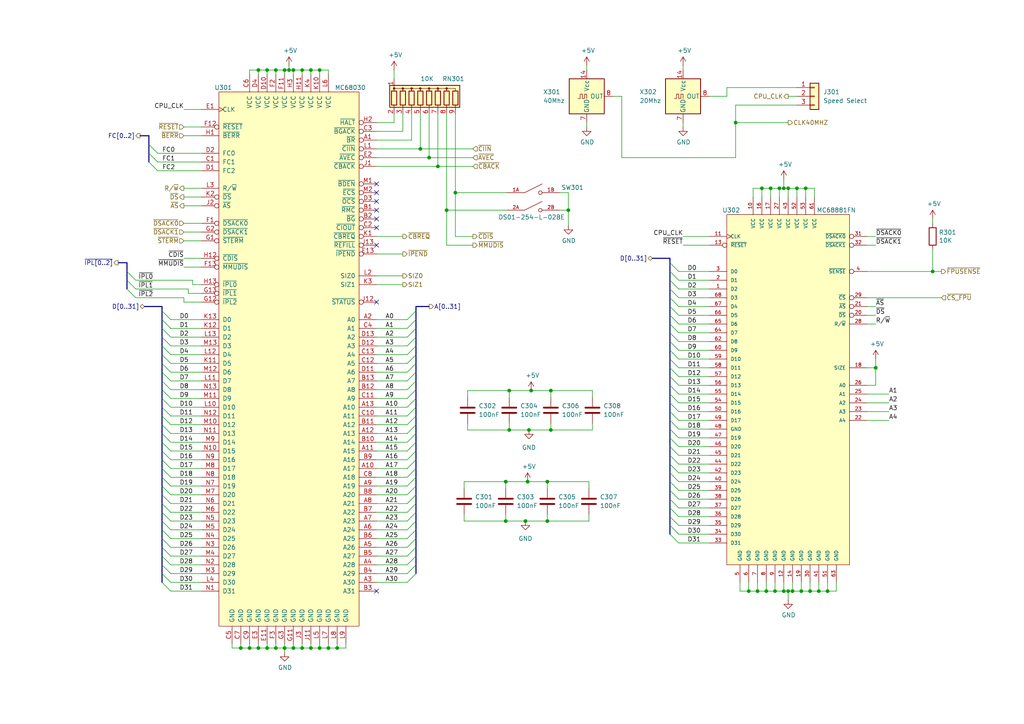
<source format=kicad_sch>
(kicad_sch (version 20211123) (generator eeschema)
  (paper "A4")
  (title_block (title "Y Ddraig Fawr") (company "Stephen Moody"))
  (junction (at 237.49 171.45))
  (junction (at 69.85 187.96))
  (junction (at 223.52 54.61))
  (junction (at 228.6 54.61))
  (junction (at 87.63 187.96))
  (junction (at 226.06 54.61))
  (junction (at 82.55 20.32))
  (junction (at 159.766 124.714))
  (junction (at 77.47 20.32))
  (junction (at 92.71 20.32))
  (junction (at 147.701 124.714))
  (junction (at 232.41 171.45))
  (junction (at 219.71 171.45))
  (junction (at 72.39 187.96))
  (junction (at 146.685 151.13))
  (junction (at 234.95 171.45))
  (junction (at 132.08 55.88))
  (junction (at 220.98 54.61))
  (junction (at 254 106.68))
  (junction (at 124.46 45.72))
  (junction (at 146.685 139.7))
  (junction (at 227.33 54.61))
  (junction (at 158.75 139.7))
  (junction (at 270.51 78.74))
  (junction (at 229.87 171.45))
  (junction (at 74.93 187.96))
  (junction (at 90.17 187.96))
  (junction (at 231.14 54.61))
  (junction (at 152.4 151.13))
  (junction (at 153.416 124.714))
  (junction (at 147.701 113.284))
  (junction (at 97.79 187.96))
  (junction (at 85.09 187.96))
  (junction (at 158.75 151.13))
  (junction (at 82.55 187.96))
  (junction (at 228.6 171.45))
  (junction (at 127 48.26))
  (junction (at 233.68 54.61))
  (junction (at 87.63 20.32))
  (junction (at 90.17 20.32))
  (junction (at 224.79 171.45))
  (junction (at 213.36 35.56))
  (junction (at 121.92 43.18))
  (junction (at 164.846 60.96))
  (junction (at 222.25 171.45))
  (junction (at 95.25 187.96))
  (junction (at 154.051 113.284))
  (junction (at 80.01 187.96))
  (junction (at 153.035 139.7))
  (junction (at 129.54 60.96))
  (junction (at 159.766 113.284))
  (junction (at 92.71 187.96))
  (junction (at 85.09 20.32))
  (junction (at 74.93 20.32))
  (junction (at 217.17 171.45))
  (junction (at 83.82 20.32))
  (junction (at 240.03 171.45))
  (junction (at 77.47 187.96))
  (junction (at 227.33 171.45))
  (junction (at 80.01 20.32))
  (no_connect (at 109.22 87.63))
  (no_connect (at 109.22 53.34))
  (no_connect (at 109.22 58.42))
  (no_connect (at 109.22 55.88))
  (no_connect (at 109.22 60.96))
  (no_connect (at 109.22 66.04))
  (no_connect (at 109.22 63.5))
  (no_connect (at 109.22 171.45))
  (no_connect (at 109.22 71.12))
  (bus_entry (at 46.99 120.65) (size 2.54 2.54))
  (bus_entry (at 120.65 110.49) (size -2.54 2.54))
  (bus_entry (at 46.99 115.57) (size 2.54 2.54))
  (bus_entry (at 120.65 105.41) (size -2.54 2.54))
  (bus_entry (at 194.31 134.62) (size 2.54 2.54))
  (bus_entry (at 120.65 153.67) (size -2.54 2.54))
  (bus_entry (at 194.31 111.76) (size 2.54 2.54))
  (bus_entry (at 46.99 105.41) (size 2.54 2.54))
  (bus_entry (at 120.65 156.21) (size -2.54 2.54))
  (bus_entry (at 46.99 110.49) (size 2.54 2.54))
  (bus_entry (at 46.99 138.43) (size 2.54 2.54))
  (bus_entry (at 36.83 81.28) (size 2.54 2.54))
  (bus_entry (at 46.99 128.27) (size 2.54 2.54))
  (bus_entry (at 194.31 88.9) (size 2.54 2.54))
  (bus_entry (at 39.37 81.28) (size -2.54 -2.54))
  (bus_entry (at 194.31 139.7) (size 2.54 2.54))
  (bus_entry (at 46.99 158.75) (size 2.54 2.54))
  (bus_entry (at 46.99 153.67) (size 2.54 2.54))
  (bus_entry (at 120.65 123.19) (size -2.54 2.54))
  (bus_entry (at 120.65 151.13) (size -2.54 2.54))
  (bus_entry (at 194.31 106.68) (size 2.54 2.54))
  (bus_entry (at 194.31 114.3) (size 2.54 2.54))
  (bus_entry (at 120.65 95.25) (size -2.54 2.54))
  (bus_entry (at 120.65 102.87) (size -2.54 2.54))
  (bus_entry (at 194.31 101.6) (size 2.54 2.54))
  (bus_entry (at 194.31 104.14) (size 2.54 2.54))
  (bus_entry (at 194.31 96.52) (size 2.54 2.54))
  (bus_entry (at 120.65 113.03) (size -2.54 2.54))
  (bus_entry (at 46.99 97.79) (size 2.54 2.54))
  (bus_entry (at 46.99 168.91) (size 2.54 2.54))
  (bus_entry (at 46.99 143.51) (size 2.54 2.54))
  (bus_entry (at 120.65 128.27) (size -2.54 2.54))
  (bus_entry (at 46.99 156.21) (size 2.54 2.54))
  (bus_entry (at 194.31 83.82) (size 2.54 2.54))
  (bus_entry (at 194.31 154.94) (size 2.54 2.54))
  (bus_entry (at 194.31 152.4) (size 2.54 2.54))
  (bus_entry (at 120.65 90.17) (size -2.54 2.54))
  (bus_entry (at 194.31 99.06) (size 2.54 2.54))
  (bus_entry (at 46.99 125.73) (size 2.54 2.54))
  (bus_entry (at 120.65 118.11) (size -2.54 2.54))
  (bus_entry (at 120.65 130.81) (size -2.54 2.54))
  (bus_entry (at 46.99 161.29) (size 2.54 2.54))
  (bus_entry (at 194.31 109.22) (size 2.54 2.54))
  (bus_entry (at 45.72 44.45) (size -2.54 -2.54))
  (bus_entry (at 120.65 115.57) (size -2.54 2.54))
  (bus_entry (at 46.99 123.19) (size 2.54 2.54))
  (bus_entry (at 46.99 92.71) (size 2.54 2.54))
  (bus_entry (at 120.65 161.29) (size -2.54 2.54))
  (bus_entry (at 46.99 135.89) (size 2.54 2.54))
  (bus_entry (at 194.31 147.32) (size 2.54 2.54))
  (bus_entry (at 194.31 81.28) (size 2.54 2.54))
  (bus_entry (at 46.99 163.83) (size 2.54 2.54))
  (bus_entry (at 120.65 163.83) (size -2.54 2.54))
  (bus_entry (at 46.99 133.35) (size 2.54 2.54))
  (bus_entry (at 120.65 140.97) (size -2.54 2.54))
  (bus_entry (at 194.31 144.78) (size 2.54 2.54))
  (bus_entry (at 43.18 44.45) (size 2.54 2.54))
  (bus_entry (at 46.99 113.03) (size 2.54 2.54))
  (bus_entry (at 120.65 146.05) (size -2.54 2.54))
  (bus_entry (at 120.65 166.37) (size -2.54 2.54))
  (bus_entry (at 120.65 107.95) (size -2.54 2.54))
  (bus_entry (at 194.31 132.08) (size 2.54 2.54))
  (bus_entry (at 46.99 151.13) (size 2.54 2.54))
  (bus_entry (at 120.65 100.33) (size -2.54 2.54))
  (bus_entry (at 46.99 90.17) (size 2.54 2.54))
  (bus_entry (at 46.99 102.87) (size 2.54 2.54))
  (bus_entry (at 46.99 166.37) (size 2.54 2.54))
  (bus_entry (at 194.31 78.74) (size 2.54 2.54))
  (bus_entry (at 46.99 130.81) (size 2.54 2.54))
  (bus_entry (at 194.31 91.44) (size 2.54 2.54))
  (bus_entry (at 46.99 148.59) (size 2.54 2.54))
  (bus_entry (at 194.31 119.38) (size 2.54 2.54))
  (bus_entry (at 46.99 95.25) (size 2.54 2.54))
  (bus_entry (at 194.31 76.2) (size 2.54 2.54))
  (bus_entry (at 194.31 127) (size 2.54 2.54))
  (bus_entry (at 36.83 83.82) (size 2.54 2.54))
  (bus_entry (at 120.65 135.89) (size -2.54 2.54))
  (bus_entry (at 120.65 148.59) (size -2.54 2.54))
  (bus_entry (at 194.31 124.46) (size 2.54 2.54))
  (bus_entry (at 120.65 125.73) (size -2.54 2.54))
  (bus_entry (at 194.31 116.84) (size 2.54 2.54))
  (bus_entry (at 120.65 138.43) (size -2.54 2.54))
  (bus_entry (at 194.31 121.92) (size 2.54 2.54))
  (bus_entry (at 194.31 137.16) (size 2.54 2.54))
  (bus_entry (at 46.99 100.33) (size 2.54 2.54))
  (bus_entry (at 43.18 46.99) (size 2.54 2.54))
  (bus_entry (at 46.99 107.95) (size 2.54 2.54))
  (bus_entry (at 46.99 118.11) (size 2.54 2.54))
  (bus_entry (at 194.31 149.86) (size 2.54 2.54))
  (bus_entry (at 46.99 140.97) (size 2.54 2.54))
  (bus_entry (at 194.31 142.24) (size 2.54 2.54))
  (bus_entry (at 194.31 93.98) (size 2.54 2.54))
  (bus_entry (at 120.65 133.35) (size -2.54 2.54))
  (bus_entry (at 120.65 143.51) (size -2.54 2.54))
  (bus_entry (at 120.65 97.79) (size -2.54 2.54))
  (bus_entry (at 46.99 146.05) (size 2.54 2.54))
  (bus_entry (at 194.31 129.54) (size 2.54 2.54))
  (bus_entry (at 194.31 86.36) (size 2.54 2.54))
  (bus_entry (at 120.65 120.65) (size -2.54 2.54))
  (bus_entry (at 120.65 158.75) (size -2.54 2.54))
  (bus_entry (at 120.65 92.71) (size -2.54 2.54))
  (wire (pts (xy 45.72 46.99) (xy 58.42 46.99)))
  (wire (pts (xy 49.53 120.65) (xy 58.42 120.65)))
  (wire (pts (xy 118.11 166.37) (xy 109.22 166.37)))
  (bus (pts (xy 120.65 118.11) (xy 120.65 120.65)))
  (wire (pts (xy 118.11 148.59) (xy 109.22 148.59)))
  (wire (pts (xy 54.61 85.09) (xy 58.42 85.09)))
  (bus (pts (xy 46.99 95.25) (xy 46.99 97.79)))
  (bus (pts (xy 194.31 147.32) (xy 194.31 149.86)))
  (wire (pts (xy 49.53 125.73) (xy 58.42 125.73)))
  (bus (pts (xy 194.31 91.44) (xy 194.31 93.98)))
  (wire (pts (xy 49.53 153.67) (xy 58.42 153.67)))
  (wire (pts (xy 196.85 121.92) (xy 205.74 121.92)))
  (wire (pts (xy 218.44 54.61) (xy 220.98 54.61)))
  (wire (pts (xy 100.33 187.96) (xy 100.33 186.69)))
  (wire (pts (xy 118.11 95.25) (xy 109.22 95.25)))
  (wire (pts (xy 85.09 187.96) (xy 87.63 187.96)))
  (wire (pts (xy 90.17 21.59) (xy 90.17 20.32)))
  (wire (pts (xy 114.3 33.02) (xy 114.3 35.56)))
  (wire (pts (xy 53.34 39.37) (xy 58.42 39.37)))
  (wire (pts (xy 95.25 186.69) (xy 95.25 187.96)))
  (wire (pts (xy 196.85 104.14) (xy 205.74 104.14)))
  (wire (pts (xy 254 88.9) (xy 251.46 88.9)))
  (wire (pts (xy 92.71 21.59) (xy 92.71 20.32)))
  (wire (pts (xy 95.25 187.96) (xy 97.79 187.96)))
  (wire (pts (xy 109.22 48.26) (xy 127 48.26)))
  (bus (pts (xy 194.31 109.22) (xy 194.31 111.76)))
  (wire (pts (xy 39.37 83.82) (xy 54.61 83.82)))
  (wire (pts (xy 83.82 20.32) (xy 85.09 20.32)))
  (wire (pts (xy 118.11 115.57) (xy 109.22 115.57)))
  (wire (pts (xy 129.54 33.02) (xy 129.54 60.96)))
  (wire (pts (xy 121.92 33.02) (xy 121.92 43.18)))
  (wire (pts (xy 196.85 81.28) (xy 205.74 81.28)))
  (bus (pts (xy 46.99 88.9) (xy 41.91 88.9)))
  (wire (pts (xy 196.85 99.06) (xy 205.74 99.06)))
  (bus (pts (xy 120.65 156.21) (xy 120.65 158.75)))
  (wire (pts (xy 127 33.02) (xy 127 48.26)))
  (bus (pts (xy 120.65 120.65) (xy 120.65 123.19)))
  (wire (pts (xy 213.36 35.56) (xy 228.6 35.56)))
  (wire (pts (xy 67.31 186.69) (xy 67.31 187.96)))
  (wire (pts (xy 77.47 21.59) (xy 77.47 20.32)))
  (wire (pts (xy 118.11 128.27) (xy 109.22 128.27)))
  (wire (pts (xy 118.11 92.71) (xy 109.22 92.71)))
  (wire (pts (xy 109.22 45.72) (xy 124.46 45.72)))
  (wire (pts (xy 196.85 144.78) (xy 205.74 144.78)))
  (wire (pts (xy 228.6 54.61) (xy 231.14 54.61)))
  (wire (pts (xy 118.11 123.19) (xy 109.22 123.19)))
  (wire (pts (xy 49.53 128.27) (xy 58.42 128.27)))
  (bus (pts (xy 36.83 78.74) (xy 36.83 81.28)))
  (bus (pts (xy 194.31 134.62) (xy 194.31 137.16)))
  (wire (pts (xy 153.416 124.714) (xy 159.766 124.714)))
  (bus (pts (xy 194.31 152.4) (xy 194.31 154.94)))
  (bus (pts (xy 36.83 76.2) (xy 36.83 78.74)))
  (wire (pts (xy 254 93.98) (xy 251.46 93.98)))
  (wire (pts (xy 234.95 168.91) (xy 234.95 171.45)))
  (wire (pts (xy 80.01 21.59) (xy 80.01 20.32)))
  (wire (pts (xy 196.85 129.54) (xy 205.74 129.54)))
  (bus (pts (xy 194.31 121.92) (xy 194.31 124.46)))
  (wire (pts (xy 164.846 65.405) (xy 164.846 60.96)))
  (wire (pts (xy 162.306 60.96) (xy 164.846 60.96)))
  (wire (pts (xy 119.38 33.02) (xy 119.38 40.64)))
  (wire (pts (xy 231.14 57.15) (xy 231.14 54.61)))
  (wire (pts (xy 109.22 38.1) (xy 116.84 38.1)))
  (bus (pts (xy 46.99 92.71) (xy 46.99 95.25)))
  (wire (pts (xy 118.11 125.73) (xy 109.22 125.73)))
  (bus (pts (xy 194.31 132.08) (xy 194.31 134.62)))
  (wire (pts (xy 118.11 97.79) (xy 109.22 97.79)))
  (wire (pts (xy 198.12 68.58) (xy 205.74 68.58)))
  (wire (pts (xy 53.34 77.47) (xy 58.42 77.47)))
  (bus (pts (xy 194.31 86.36) (xy 194.31 88.9)))
  (bus (pts (xy 194.31 139.7) (xy 194.31 142.24)))
  (wire (pts (xy 257.81 121.92) (xy 251.46 121.92)))
  (wire (pts (xy 135.636 122.809) (xy 135.636 124.714)))
  (wire (pts (xy 87.63 20.32) (xy 90.17 20.32)))
  (wire (pts (xy 77.47 187.96) (xy 80.01 187.96)))
  (wire (pts (xy 49.53 158.75) (xy 58.42 158.75)))
  (bus (pts (xy 194.31 76.2) (xy 194.31 78.74)))
  (bus (pts (xy 194.31 99.06) (xy 194.31 101.6)))
  (wire (pts (xy 196.85 142.24) (xy 205.74 142.24)))
  (wire (pts (xy 158.75 139.7) (xy 158.75 141.605)))
  (wire (pts (xy 196.85 91.44) (xy 205.74 91.44)))
  (wire (pts (xy 74.93 21.59) (xy 74.93 20.32)))
  (wire (pts (xy 132.08 55.88) (xy 132.08 68.58)))
  (wire (pts (xy 49.53 151.13) (xy 58.42 151.13)))
  (wire (pts (xy 146.685 151.13) (xy 152.4 151.13)))
  (bus (pts (xy 194.31 111.76) (xy 194.31 114.3)))
  (wire (pts (xy 109.22 35.56) (xy 114.3 35.56)))
  (wire (pts (xy 49.53 161.29) (xy 58.42 161.29)))
  (wire (pts (xy 217.17 168.91) (xy 217.17 171.45)))
  (bus (pts (xy 36.83 76.2) (xy 34.29 76.2)))
  (bus (pts (xy 46.99 158.75) (xy 46.99 161.29)))
  (bus (pts (xy 46.99 133.35) (xy 46.99 135.89)))
  (wire (pts (xy 49.53 146.05) (xy 58.42 146.05)))
  (wire (pts (xy 232.41 171.45) (xy 234.95 171.45)))
  (wire (pts (xy 240.03 168.91) (xy 240.03 171.45)))
  (bus (pts (xy 46.99 113.03) (xy 46.99 115.57)))
  (wire (pts (xy 53.34 87.63) (xy 58.42 87.63)))
  (wire (pts (xy 158.75 139.7) (xy 170.815 139.7)))
  (wire (pts (xy 147.701 124.714) (xy 153.416 124.714)))
  (wire (pts (xy 228.6 54.61) (xy 228.6 57.15)))
  (wire (pts (xy 72.39 21.59) (xy 72.39 20.32)))
  (bus (pts (xy 36.83 81.28) (xy 36.83 83.82)))
  (wire (pts (xy 158.75 149.225) (xy 158.75 151.13)))
  (wire (pts (xy 196.85 149.86) (xy 205.74 149.86)))
  (wire (pts (xy 49.53 105.41) (xy 58.42 105.41)))
  (bus (pts (xy 46.99 146.05) (xy 46.99 148.59)))
  (wire (pts (xy 82.55 20.32) (xy 83.82 20.32)))
  (wire (pts (xy 118.11 140.97) (xy 109.22 140.97)))
  (wire (pts (xy 196.85 127) (xy 205.74 127)))
  (wire (pts (xy 80.01 20.32) (xy 82.55 20.32)))
  (wire (pts (xy 177.8 27.94) (xy 180.34 27.94)))
  (bus (pts (xy 120.65 163.83) (xy 120.65 166.37)))
  (wire (pts (xy 82.55 187.96) (xy 82.55 186.69)))
  (wire (pts (xy 97.79 187.96) (xy 100.33 187.96)))
  (bus (pts (xy 194.31 81.28) (xy 194.31 83.82)))
  (wire (pts (xy 254 111.76) (xy 254 106.68)))
  (wire (pts (xy 196.85 119.38) (xy 205.74 119.38)))
  (wire (pts (xy 228.6 171.45) (xy 228.6 173.99)))
  (wire (pts (xy 137.16 68.58) (xy 132.08 68.58)))
  (wire (pts (xy 121.92 43.18) (xy 137.16 43.18)))
  (wire (pts (xy 228.6 171.45) (xy 229.87 171.45)))
  (wire (pts (xy 240.03 171.45) (xy 242.57 171.45)))
  (wire (pts (xy 196.85 111.76) (xy 205.74 111.76)))
  (bus (pts (xy 120.65 95.25) (xy 120.65 97.79)))
  (wire (pts (xy 129.54 60.96) (xy 129.54 71.12)))
  (wire (pts (xy 226.06 54.61) (xy 227.33 54.61)))
  (wire (pts (xy 118.11 143.51) (xy 109.22 143.51)))
  (wire (pts (xy 72.39 187.96) (xy 74.93 187.96)))
  (wire (pts (xy 77.47 186.69) (xy 77.47 187.96)))
  (wire (pts (xy 97.79 186.69) (xy 97.79 187.96)))
  (bus (pts (xy 43.18 44.45) (xy 43.18 46.99)))
  (wire (pts (xy 153.035 139.7) (xy 158.75 139.7)))
  (wire (pts (xy 159.766 122.809) (xy 159.766 124.714)))
  (bus (pts (xy 46.99 105.41) (xy 46.99 107.95)))
  (wire (pts (xy 85.09 186.69) (xy 85.09 187.96)))
  (wire (pts (xy 213.36 35.56) (xy 213.36 30.48)))
  (wire (pts (xy 39.37 81.28) (xy 55.88 81.28)))
  (wire (pts (xy 198.12 19.05) (xy 198.12 20.32)))
  (wire (pts (xy 220.98 57.15) (xy 220.98 54.61)))
  (wire (pts (xy 118.11 158.75) (xy 109.22 158.75)))
  (wire (pts (xy 49.53 118.11) (xy 58.42 118.11)))
  (bus (pts (xy 194.31 137.16) (xy 194.31 139.7)))
  (wire (pts (xy 180.34 27.94) (xy 180.34 45.72)))
  (wire (pts (xy 72.39 186.69) (xy 72.39 187.96)))
  (wire (pts (xy 229.87 171.45) (xy 232.41 171.45)))
  (bus (pts (xy 46.99 148.59) (xy 46.99 151.13)))
  (wire (pts (xy 147.701 113.284) (xy 147.701 115.189)))
  (wire (pts (xy 53.34 67.31) (xy 58.42 67.31)))
  (wire (pts (xy 49.53 95.25) (xy 58.42 95.25)))
  (wire (pts (xy 242.57 171.45) (xy 242.57 168.91)))
  (wire (pts (xy 224.79 168.91) (xy 224.79 171.45)))
  (wire (pts (xy 152.4 151.13) (xy 158.75 151.13)))
  (wire (pts (xy 45.72 49.53) (xy 58.42 49.53)))
  (wire (pts (xy 49.53 97.79) (xy 58.42 97.79)))
  (wire (pts (xy 49.53 107.95) (xy 58.42 107.95)))
  (bus (pts (xy 46.99 153.67) (xy 46.99 156.21)))
  (wire (pts (xy 273.05 86.36) (xy 251.46 86.36)))
  (wire (pts (xy 49.53 138.43) (xy 58.42 138.43)))
  (bus (pts (xy 120.65 128.27) (xy 120.65 130.81)))
  (wire (pts (xy 159.766 113.284) (xy 171.831 113.284)))
  (bus (pts (xy 194.31 88.9) (xy 194.31 91.44)))
  (bus (pts (xy 120.65 115.57) (xy 120.65 118.11)))
  (wire (pts (xy 170.815 139.7) (xy 170.815 141.605)))
  (wire (pts (xy 53.34 64.77) (xy 58.42 64.77)))
  (wire (pts (xy 234.95 171.45) (xy 237.49 171.45)))
  (wire (pts (xy 118.11 107.95) (xy 109.22 107.95)))
  (wire (pts (xy 196.85 93.98) (xy 205.74 93.98)))
  (wire (pts (xy 49.53 102.87) (xy 58.42 102.87)))
  (bus (pts (xy 46.99 156.21) (xy 46.99 158.75)))
  (wire (pts (xy 49.53 171.45) (xy 58.42 171.45)))
  (bus (pts (xy 43.18 39.37) (xy 40.64 39.37)))
  (wire (pts (xy 233.68 54.61) (xy 236.22 54.61)))
  (bus (pts (xy 194.31 144.78) (xy 194.31 147.32)))
  (wire (pts (xy 45.72 44.45) (xy 58.42 44.45)))
  (bus (pts (xy 46.99 130.81) (xy 46.99 133.35)))
  (wire (pts (xy 53.34 36.83) (xy 58.42 36.83)))
  (wire (pts (xy 257.81 119.38) (xy 251.46 119.38)))
  (wire (pts (xy 118.11 135.89) (xy 109.22 135.89)))
  (wire (pts (xy 49.53 100.33) (xy 58.42 100.33)))
  (wire (pts (xy 132.08 55.88) (xy 147.066 55.88)))
  (bus (pts (xy 194.31 96.52) (xy 194.31 99.06)))
  (bus (pts (xy 120.65 97.79) (xy 120.65 100.33)))
  (wire (pts (xy 82.55 187.96) (xy 85.09 187.96)))
  (wire (pts (xy 116.84 33.02) (xy 116.84 38.1)))
  (wire (pts (xy 135.636 124.714) (xy 147.701 124.714)))
  (bus (pts (xy 46.99 143.51) (xy 46.99 146.05)))
  (wire (pts (xy 74.93 20.32) (xy 77.47 20.32)))
  (wire (pts (xy 118.11 118.11) (xy 109.22 118.11)))
  (wire (pts (xy 49.53 133.35) (xy 58.42 133.35)))
  (wire (pts (xy 228.6 27.94) (xy 231.14 27.94)))
  (wire (pts (xy 219.71 171.45) (xy 222.25 171.45)))
  (wire (pts (xy 53.34 69.85) (xy 58.42 69.85)))
  (wire (pts (xy 72.39 20.32) (xy 74.93 20.32)))
  (wire (pts (xy 87.63 186.69) (xy 87.63 187.96)))
  (wire (pts (xy 257.81 116.84) (xy 251.46 116.84)))
  (wire (pts (xy 92.71 187.96) (xy 95.25 187.96)))
  (wire (pts (xy 251.46 91.44) (xy 254 91.44)))
  (bus (pts (xy 46.99 118.11) (xy 46.99 120.65)))
  (wire (pts (xy 218.44 57.15) (xy 218.44 54.61)))
  (bus (pts (xy 120.65 138.43) (xy 120.65 140.97)))
  (wire (pts (xy 118.11 133.35) (xy 109.22 133.35)))
  (wire (pts (xy 196.85 154.94) (xy 205.74 154.94)))
  (wire (pts (xy 49.53 156.21) (xy 58.42 156.21)))
  (wire (pts (xy 196.85 83.82) (xy 205.74 83.82)))
  (bus (pts (xy 194.31 101.6) (xy 194.31 104.14)))
  (bus (pts (xy 194.31 78.74) (xy 194.31 81.28)))
  (wire (pts (xy 118.11 130.81) (xy 109.22 130.81)))
  (wire (pts (xy 227.33 168.91) (xy 227.33 171.45)))
  (bus (pts (xy 120.65 146.05) (xy 120.65 148.59)))
  (wire (pts (xy 220.98 54.61) (xy 223.52 54.61)))
  (bus (pts (xy 194.31 127) (xy 194.31 129.54)))
  (wire (pts (xy 85.09 21.59) (xy 85.09 20.32)))
  (bus (pts (xy 46.99 115.57) (xy 46.99 118.11)))
  (wire (pts (xy 69.85 186.69) (xy 69.85 187.96)))
  (wire (pts (xy 118.11 138.43) (xy 109.22 138.43)))
  (wire (pts (xy 227.33 54.61) (xy 228.6 54.61)))
  (wire (pts (xy 196.85 132.08) (xy 205.74 132.08)))
  (bus (pts (xy 194.31 142.24) (xy 194.31 144.78)))
  (bus (pts (xy 120.65 107.95) (xy 120.65 110.49)))
  (wire (pts (xy 222.25 168.91) (xy 222.25 171.45)))
  (wire (pts (xy 196.85 124.46) (xy 205.74 124.46)))
  (bus (pts (xy 46.99 151.13) (xy 46.99 153.67)))
  (wire (pts (xy 49.53 115.57) (xy 58.42 115.57)))
  (wire (pts (xy 118.11 105.41) (xy 109.22 105.41)))
  (bus (pts (xy 120.65 88.9) (xy 120.65 90.17)))
  (bus (pts (xy 46.99 135.89) (xy 46.99 138.43)))
  (wire (pts (xy 49.53 148.59) (xy 58.42 148.59)))
  (bus (pts (xy 194.31 129.54) (xy 194.31 132.08)))
  (bus (pts (xy 120.65 102.87) (xy 120.65 105.41)))
  (wire (pts (xy 134.62 149.225) (xy 134.62 151.13)))
  (wire (pts (xy 158.75 151.13) (xy 170.815 151.13)))
  (wire (pts (xy 214.63 168.91) (xy 214.63 171.45)))
  (wire (pts (xy 205.74 27.94) (xy 210.82 27.94)))
  (bus (pts (xy 194.31 114.3) (xy 194.31 116.84)))
  (wire (pts (xy 74.93 186.69) (xy 74.93 187.96)))
  (bus (pts (xy 120.65 125.73) (xy 120.65 128.27)))
  (wire (pts (xy 92.71 186.69) (xy 92.71 187.96)))
  (wire (pts (xy 146.685 139.7) (xy 146.685 141.605)))
  (wire (pts (xy 237.49 168.91) (xy 237.49 171.45)))
  (bus (pts (xy 120.65 135.89) (xy 120.65 138.43)))
  (bus (pts (xy 120.65 133.35) (xy 120.65 135.89)))
  (wire (pts (xy 196.85 134.62) (xy 205.74 134.62)))
  (wire (pts (xy 251.46 111.76) (xy 254 111.76)))
  (wire (pts (xy 85.09 20.32) (xy 87.63 20.32)))
  (wire (pts (xy 229.87 168.91) (xy 229.87 171.45)))
  (wire (pts (xy 159.766 124.714) (xy 171.831 124.714)))
  (wire (pts (xy 82.55 21.59) (xy 82.55 20.32)))
  (bus (pts (xy 120.65 110.49) (xy 120.65 113.03)))
  (wire (pts (xy 53.34 59.69) (xy 58.42 59.69)))
  (wire (pts (xy 116.84 68.58) (xy 109.22 68.58)))
  (wire (pts (xy 49.53 92.71) (xy 58.42 92.71)))
  (wire (pts (xy 213.36 45.72) (xy 213.36 35.56)))
  (wire (pts (xy 118.11 151.13) (xy 109.22 151.13)))
  (wire (pts (xy 164.846 55.88) (xy 162.306 55.88)))
  (wire (pts (xy 80.01 187.96) (xy 82.55 187.96)))
  (wire (pts (xy 232.41 168.91) (xy 232.41 171.45)))
  (bus (pts (xy 46.99 102.87) (xy 46.99 105.41)))
  (wire (pts (xy 55.88 81.28) (xy 55.88 82.55)))
  (wire (pts (xy 171.831 124.714) (xy 171.831 122.809)))
  (wire (pts (xy 129.54 71.12) (xy 137.16 71.12)))
  (wire (pts (xy 109.22 43.18) (xy 121.92 43.18)))
  (bus (pts (xy 194.31 74.93) (xy 194.31 76.2)))
  (wire (pts (xy 196.85 88.9) (xy 205.74 88.9)))
  (wire (pts (xy 118.11 156.21) (xy 109.22 156.21)))
  (wire (pts (xy 49.53 110.49) (xy 58.42 110.49)))
  (bus (pts (xy 46.99 128.27) (xy 46.99 130.81)))
  (wire (pts (xy 83.82 19.05) (xy 83.82 20.32)))
  (wire (pts (xy 219.71 168.91) (xy 219.71 171.45)))
  (wire (pts (xy 171.831 113.284) (xy 171.831 115.189)))
  (wire (pts (xy 118.11 153.67) (xy 109.22 153.67)))
  (bus (pts (xy 194.31 124.46) (xy 194.31 127)))
  (wire (pts (xy 257.81 114.3) (xy 251.46 114.3)))
  (bus (pts (xy 194.31 74.93) (xy 189.23 74.93)))
  (wire (pts (xy 237.49 171.45) (xy 240.03 171.45)))
  (wire (pts (xy 49.53 163.83) (xy 58.42 163.83)))
  (wire (pts (xy 251.46 106.68) (xy 254 106.68)))
  (wire (pts (xy 109.22 40.64) (xy 119.38 40.64)))
  (bus (pts (xy 46.99 138.43) (xy 46.99 140.97)))
  (wire (pts (xy 67.31 187.96) (xy 69.85 187.96)))
  (wire (pts (xy 170.815 151.13) (xy 170.815 149.225)))
  (wire (pts (xy 118.11 113.03) (xy 109.22 113.03)))
  (wire (pts (xy 196.85 109.22) (xy 205.74 109.22)))
  (bus (pts (xy 46.99 100.33) (xy 46.99 102.87)))
  (wire (pts (xy 227.33 52.07) (xy 227.33 54.61)))
  (bus (pts (xy 194.31 83.82) (xy 194.31 86.36)))
  (bus (pts (xy 194.31 106.68) (xy 194.31 109.22)))
  (wire (pts (xy 196.85 137.16) (xy 205.74 137.16)))
  (bus (pts (xy 46.99 125.73) (xy 46.99 128.27)))
  (wire (pts (xy 147.701 113.284) (xy 154.051 113.284)))
  (wire (pts (xy 90.17 187.96) (xy 92.71 187.96)))
  (wire (pts (xy 251.46 78.74) (xy 270.51 78.74)))
  (bus (pts (xy 120.65 140.97) (xy 120.65 143.51)))
  (wire (pts (xy 124.46 45.72) (xy 137.16 45.72)))
  (wire (pts (xy 233.68 57.15) (xy 233.68 54.61)))
  (wire (pts (xy 95.25 20.32) (xy 95.25 21.59)))
  (bus (pts (xy 120.65 161.29) (xy 120.65 163.83)))
  (bus (pts (xy 46.99 140.97) (xy 46.99 143.51)))
  (wire (pts (xy 49.53 166.37) (xy 58.42 166.37)))
  (wire (pts (xy 49.53 140.97) (xy 58.42 140.97)))
  (wire (pts (xy 223.52 54.61) (xy 226.06 54.61)))
  (wire (pts (xy 53.34 54.61) (xy 58.42 54.61)))
  (wire (pts (xy 223.52 57.15) (xy 223.52 54.61)))
  (bus (pts (xy 194.31 149.86) (xy 194.31 152.4)))
  (wire (pts (xy 227.33 171.45) (xy 228.6 171.45)))
  (wire (pts (xy 129.54 60.96) (xy 147.066 60.96)))
  (wire (pts (xy 132.08 33.02) (xy 132.08 55.88)))
  (wire (pts (xy 214.63 171.45) (xy 217.17 171.45)))
  (wire (pts (xy 49.53 135.89) (xy 58.42 135.89)))
  (wire (pts (xy 55.88 82.55) (xy 58.42 82.55)))
  (wire (pts (xy 210.82 25.4) (xy 231.14 25.4)))
  (wire (pts (xy 82.55 189.23) (xy 82.55 187.96)))
  (wire (pts (xy 159.766 113.284) (xy 159.766 115.189)))
  (wire (pts (xy 90.17 186.69) (xy 90.17 187.96)))
  (bus (pts (xy 194.31 116.84) (xy 194.31 119.38)))
  (wire (pts (xy 49.53 123.19) (xy 58.42 123.19)))
  (bus (pts (xy 194.31 104.14) (xy 194.31 106.68)))
  (bus (pts (xy 46.99 161.29) (xy 46.99 163.83)))
  (wire (pts (xy 127 48.26) (xy 137.16 48.26)))
  (wire (pts (xy 74.93 187.96) (xy 77.47 187.96)))
  (wire (pts (xy 118.11 146.05) (xy 109.22 146.05)))
  (wire (pts (xy 236.22 54.61) (xy 236.22 57.15)))
  (wire (pts (xy 154.051 113.284) (xy 159.766 113.284)))
  (wire (pts (xy 39.37 86.36) (xy 53.34 86.36)))
  (wire (pts (xy 196.85 78.74) (xy 205.74 78.74)))
  (wire (pts (xy 226.06 57.15) (xy 226.06 54.61)))
  (bus (pts (xy 46.99 88.9) (xy 46.99 90.17)))
  (bus (pts (xy 120.65 92.71) (xy 120.65 95.25)))
  (bus (pts (xy 46.99 90.17) (xy 46.99 92.71)))
  (wire (pts (xy 118.11 163.83) (xy 109.22 163.83)))
  (wire (pts (xy 114.3 20.32) (xy 114.3 22.86)))
  (wire (pts (xy 217.17 171.45) (xy 219.71 171.45)))
  (wire (pts (xy 49.53 143.51) (xy 58.42 143.51)))
  (wire (pts (xy 124.46 33.02) (xy 124.46 45.72)))
  (wire (pts (xy 147.701 122.809) (xy 147.701 124.714)))
  (bus (pts (xy 194.31 93.98) (xy 194.31 96.52)))
  (wire (pts (xy 118.11 100.33) (xy 109.22 100.33)))
  (bus (pts (xy 43.18 41.91) (xy 43.18 44.45)))
  (wire (pts (xy 254 106.68) (xy 254 104.14)))
  (bus (pts (xy 120.65 153.67) (xy 120.65 156.21)))
  (bus (pts (xy 46.99 107.95) (xy 46.99 110.49)))
  (wire (pts (xy 222.25 171.45) (xy 224.79 171.45)))
  (wire (pts (xy 146.685 149.225) (xy 146.685 151.13)))
  (wire (pts (xy 80.01 186.69) (xy 80.01 187.96)))
  (wire (pts (xy 213.36 30.48) (xy 231.14 30.48)))
  (wire (pts (xy 54.61 83.82) (xy 54.61 85.09)))
  (wire (pts (xy 270.51 63.5) (xy 270.51 64.77)))
  (wire (pts (xy 224.79 171.45) (xy 227.33 171.45)))
  (wire (pts (xy 196.85 147.32) (xy 205.74 147.32)))
  (wire (pts (xy 180.34 45.72) (xy 213.36 45.72)))
  (wire (pts (xy 196.85 152.4) (xy 205.74 152.4)))
  (wire (pts (xy 170.18 36.83) (xy 170.18 35.56)))
  (bus (pts (xy 194.31 119.38) (xy 194.31 121.92)))
  (wire (pts (xy 198.12 36.83) (xy 198.12 35.56)))
  (wire (pts (xy 251.46 71.12) (xy 254 71.12)))
  (wire (pts (xy 231.14 54.61) (xy 233.68 54.61)))
  (wire (pts (xy 196.85 116.84) (xy 205.74 116.84)))
  (wire (pts (xy 118.11 161.29) (xy 109.22 161.29)))
  (wire (pts (xy 270.51 78.74) (xy 273.05 78.74)))
  (wire (pts (xy 49.53 168.91) (xy 58.42 168.91)))
  (wire (pts (xy 90.17 20.32) (xy 92.71 20.32)))
  (wire (pts (xy 49.53 113.03) (xy 58.42 113.03)))
  (bus (pts (xy 120.65 105.41) (xy 120.65 107.95)))
  (wire (pts (xy 134.62 141.605) (xy 134.62 139.7)))
  (bus (pts (xy 120.65 100.33) (xy 120.65 102.87)))
  (bus (pts (xy 46.99 110.49) (xy 46.99 113.03)))
  (bus (pts (xy 120.65 90.17) (xy 120.65 92.71)))
  (wire (pts (xy 134.62 151.13) (xy 146.685 151.13)))
  (wire (pts (xy 49.53 130.81) (xy 58.42 130.81)))
  (wire (pts (xy 118.11 168.91) (xy 109.22 168.91)))
  (wire (pts (xy 135.636 115.189) (xy 135.636 113.284)))
  (wire (pts (xy 196.85 139.7) (xy 205.74 139.7)))
  (bus (pts (xy 120.65 88.9) (xy 124.46 88.9)))
  (bus (pts (xy 120.65 130.81) (xy 120.65 133.35)))
  (bus (pts (xy 120.65 151.13) (xy 120.65 153.67)))
  (bus (pts (xy 46.99 120.65) (xy 46.99 123.19)))
  (wire (pts (xy 53.34 31.75) (xy 58.42 31.75)))
  (wire (pts (xy 118.11 110.49) (xy 109.22 110.49)))
  (bus (pts (xy 120.65 123.19) (xy 120.65 125.73)))
  (bus (pts (xy 46.99 97.79) (xy 46.99 100.33)))
  (bus (pts (xy 46.99 163.83) (xy 46.99 166.37)))
  (wire (pts (xy 135.636 113.284) (xy 147.701 113.284)))
  (wire (pts (xy 196.85 86.36) (xy 205.74 86.36)))
  (wire (pts (xy 116.84 80.01) (xy 109.22 80.01)))
  (wire (pts (xy 170.18 19.05) (xy 170.18 20.32)))
  (bus (pts (xy 120.65 143.51) (xy 120.65 146.05)))
  (wire (pts (xy 210.82 27.94) (xy 210.82 25.4)))
  (wire (pts (xy 196.85 114.3) (xy 205.74 114.3)))
  (wire (pts (xy 196.85 157.48) (xy 205.74 157.48)))
  (wire (pts (xy 198.12 71.12) (xy 205.74 71.12)))
  (wire (pts (xy 92.71 20.32) (xy 95.25 20.32)))
  (wire (pts (xy 118.11 102.87) (xy 109.22 102.87)))
  (wire (pts (xy 254 68.58) (xy 251.46 68.58)))
  (wire (pts (xy 118.11 120.65) (xy 109.22 120.65)))
  (wire (pts (xy 87.63 21.59) (xy 87.63 20.32)))
  (wire (pts (xy 134.62 139.7) (xy 146.685 139.7)))
  (bus (pts (xy 120.65 158.75) (xy 120.65 161.29)))
  (wire (pts (xy 109.22 73.66) (xy 116.84 73.66)))
  (wire (pts (xy 196.85 96.52) (xy 205.74 96.52)))
  (wire (pts (xy 270.51 72.39) (xy 270.51 78.74)))
  (wire (pts (xy 164.846 55.88) (xy 164.846 60.96)))
  (bus (pts (xy 43.18 39.37) (xy 43.18 41.91)))
  (wire (pts (xy 53.34 86.36) (xy 53.34 87.63)))
  (wire (pts (xy 146.685 139.7) (xy 153.035 139.7)))
  (wire (pts (xy 87.63 187.96) (xy 90.17 187.96)))
  (wire (pts (xy 69.85 187.96) (xy 72.39 187.96)))
  (wire (pts (xy 196.85 101.6) (xy 205.74 101.6)))
  (wire (pts (xy 53.34 57.15) (xy 58.42 57.15)))
  (wire (pts (xy 109.22 82.55) (xy 116.84 82.55)))
  (bus (pts (xy 46.99 123.19) (xy 46.99 125.73)))
  (wire (pts (xy 196.85 106.68) (xy 205.74 106.68)))
  (bus (pts (xy 46.99 166.37) (xy 46.99 168.91)))
  (bus (pts (xy 120.65 113.03) (xy 120.65 115.57)))
  (bus (pts (xy 120.65 148.59) (xy 120.65 151.13)))
  (wire (pts (xy 77.47 20.32) (xy 80.01 20.32)))
  (wire (pts (xy 53.34 74.93) (xy 58.42 74.93)))
  (label "D2" (at 52.07 97.79 0))
  (label "~{MMUDIS}" (at 53.34 77.47 180))
  (label "D6" (at 52.07 107.95 0))
  (label "~{DSACK0}" (at 254 68.58 0))
  (label "A19" (at 111.76 140.97 0))
  (label "D24" (at 199.39 139.7 0))
  (label "A24" (at 111.76 153.67 0))
  (label "A7" (at 111.76 110.49 0))
  (label "D0" (at 199.39 78.74 0))
  (label "~{DS}" (at 254 91.44 0))
  (label "A3" (at 111.76 100.33 0))
  (label "A4" (at 111.76 102.87 0))
  (label "D9" (at 52.07 115.57 0))
  (label "D16" (at 199.39 119.38 0))
  (label "A16" (at 111.76 133.35 0))
  (label "D13" (at 199.39 111.76 0))
  (label "D14" (at 52.07 128.27 0))
  (label "~{DSACK1}" (at 254 71.12 0))
  (label "A22" (at 111.76 148.59 0))
  (label "A27" (at 111.76 161.29 0))
  (label "D14" (at 199.39 114.3 0))
  (label "FC2" (at 50.8 49.53 180))
  (label "D1" (at 199.39 81.28 0))
  (label "A30" (at 111.76 168.91 0))
  (label "~{IPL2}" (at 44.45 86.36 180))
  (label "D5" (at 199.39 91.44 0))
  (label "D25" (at 52.07 156.21 0))
  (label "A12" (at 111.76 123.19 0))
  (label "D21" (at 52.07 146.05 0))
  (label "D29" (at 52.07 166.37 0))
  (label "A11" (at 111.76 120.65 0))
  (label "D20" (at 199.39 129.54 0))
  (label "~{AS}" (at 254 88.9 0))
  (label "D20" (at 52.07 143.51 0))
  (label "D21" (at 199.39 132.08 0))
  (label "D10" (at 199.39 104.14 0))
  (label "R{slash}~{W}" (at 254 93.98 0))
  (label "A2" (at 257.81 116.84 0))
  (label "D30" (at 52.07 168.91 0))
  (label "D31" (at 199.39 157.48 0))
  (label "A6" (at 111.76 107.95 0))
  (label "D27" (at 52.07 161.29 0))
  (label "A25" (at 111.76 156.21 0))
  (label "A0" (at 111.76 92.71 0))
  (label "D9" (at 199.39 101.6 0))
  (label "A28" (at 111.76 163.83 0))
  (label "D16" (at 52.07 133.35 0))
  (label "D26" (at 52.07 158.75 0))
  (label "A8" (at 111.76 113.03 0))
  (label "D24" (at 52.07 153.67 0))
  (label "D11" (at 199.39 106.68 0))
  (label "A26" (at 111.76 158.75 0))
  (label "D8" (at 52.07 113.03 0))
  (label "~{CDIS}" (at 53.34 74.93 180))
  (label "D0" (at 52.07 92.71 0))
  (label "D3" (at 199.39 86.36 0))
  (label "D29" (at 199.39 152.4 0))
  (label "A2" (at 111.76 97.79 0))
  (label "D19" (at 52.07 140.97 0))
  (label "D25" (at 199.39 142.24 0))
  (label "CPU_CLK" (at 198.12 68.58 180))
  (label "D1" (at 52.07 95.25 0))
  (label "A13" (at 111.76 125.73 0))
  (label "D10" (at 52.07 118.11 0))
  (label "D7" (at 52.07 110.49 0))
  (label "A21" (at 111.76 146.05 0))
  (label "A14" (at 111.76 128.27 0))
  (label "A29" (at 111.76 166.37 0))
  (label "D7" (at 199.39 96.52 0))
  (label "D15" (at 52.07 130.81 0))
  (label "D22" (at 52.07 148.59 0))
  (label "D17" (at 199.39 121.92 0))
  (label "A3" (at 257.81 119.38 0))
  (label "D4" (at 199.39 88.9 0))
  (label "D18" (at 199.39 124.46 0))
  (label "~{RESET}" (at 198.12 71.12 180))
  (label "D28" (at 52.07 163.83 0))
  (label "A17" (at 111.76 135.89 0))
  (label "A4" (at 257.81 121.92 0))
  (label "A15" (at 111.76 130.81 0))
  (label "D6" (at 199.39 93.98 0))
  (label "D30" (at 199.39 154.94 0))
  (label "D11" (at 52.07 120.65 0))
  (label "~{IPL0}" (at 44.45 81.28 180))
  (label "D2" (at 199.39 83.82 0))
  (label "D28" (at 199.39 149.86 0))
  (label "A10" (at 111.76 118.11 0))
  (label "D23" (at 199.39 137.16 0))
  (label "D15" (at 199.39 116.84 0))
  (label "A1" (at 257.81 114.3 0))
  (label "A18" (at 111.76 138.43 0))
  (label "D31" (at 52.07 171.45 0))
  (label "D26" (at 199.39 144.78 0))
  (label "A9" (at 111.76 115.57 0))
  (label "D3" (at 52.07 100.33 0))
  (label "D22" (at 199.39 134.62 0))
  (label "D17" (at 52.07 135.89 0))
  (label "A5" (at 111.76 105.41 0))
  (label "A20" (at 111.76 143.51 0))
  (label "D19" (at 199.39 127 0))
  (label "D12" (at 52.07 123.19 0))
  (label "D13" (at 52.07 125.73 0))
  (label "A1" (at 111.76 95.25 0))
  (label "D23" (at 52.07 151.13 0))
  (label "D27" (at 199.39 147.32 0))
  (label "FC1" (at 50.8 46.99 180))
  (label "A23" (at 111.76 151.13 0))
  (label "CPU_CLK" (at 53.34 31.75 180))
  (label "D12" (at 199.39 109.22 0))
  (label "~{IPL1}" (at 44.45 83.82 180))
  (label "D5" (at 52.07 105.41 0))
  (label "FC0" (at 50.8 44.45 180))
  (label "D8" (at 199.39 99.06 0))
  (label "D18" (at 52.07 138.43 0))
  (label "D4" (at 52.07 102.87 0))
  (hierarchical_label "SIZ0" (shape output) (at 116.84 80.01 0))
  (hierarchical_label "~{CBACK}" (shape input) (at 137.16 48.26 0))
  (hierarchical_label "~{DS}" (shape output) (at 53.34 57.15 180))
  (hierarchical_label "~{FPUSENSE}" (shape output) (at 273.05 78.74 0))
  (hierarchical_label "FC[0..2]" (shape output) (at 40.64 39.37 180))
  (hierarchical_label "R{slash}~{W}" (shape output) (at 53.34 54.61 180))
  (hierarchical_label "~{CS_FPU}" (shape input) (at 273.05 86.36 0))
  (hierarchical_label "~{AS}" (shape output) (at 53.34 59.69 180))
  (hierarchical_label "~{MMUDIS}" (shape output) (at 137.16 71.12 0))
  (hierarchical_label "SIZ1" (shape output) (at 116.84 82.55 0))
  (hierarchical_label "~{DSACK1}" (shape input) (at 53.34 67.31 180))
  (hierarchical_label "A[0..31]" (shape output) (at 124.46 88.9 0))
  (hierarchical_label "CLK40MHZ" (shape output) (at 228.6 35.56 0))
  (hierarchical_label "~{BERR}" (shape input) (at 53.34 39.37 180))
  (hierarchical_label "D[0..31]" (shape bidirectional) (at 41.91 88.9 180))
  (hierarchical_label "~{CBREQ}" (shape output) (at 116.84 68.58 0))
  (hierarchical_label "D[0..31]" (shape bidirectional) (at 189.23 74.93 180))
  (hierarchical_label "~{IPL[0..2]}" (shape output) (at 34.29 76.2 180))
  (hierarchical_label "~{CIIN}" (shape input) (at 137.16 43.18 0))
  (hierarchical_label "~{CDIS}" (shape output) (at 137.16 68.58 0))
  (hierarchical_label "~{STERM}" (shape input) (at 53.34 69.85 180))
  (hierarchical_label "~{RESET}" (shape input) (at 53.34 36.83 180))
  (hierarchical_label "~{DSACK0}" (shape input) (at 53.34 64.77 180))
  (hierarchical_label "~{AVEC}" (shape input) (at 137.16 45.72 0))
  (hierarchical_label "~{IPEND}" (shape output) (at 116.84 73.66 0))
  (hierarchical_label "CPU_CLK" (shape output) (at 228.6 27.94 180))
  (symbol (lib_id "Ddraig:MC68030") (at 83.82 99.06 0) (unit 1)
    (property "Reference" "U301" (at 64.77 25.4 0))
    (property "Value" "MC68030" (at 101.6 25.4 0))
    (property "Footprint" "Ddraig:MC68030RC" (effects hide))
  )
  (symbol (lib_id "Ddraig:MC68881FN") (at 228.6 118.11 0) (unit 1)
    (property "Reference" "U302" (at 212.09 60.96 0))
    (property "Value" "MC68881FN" (at 242.57 60.96 0))
    (property "Footprint" "Package_LCC:PLCC-68_THT-Socket" (effects hide))
  )
  (symbol (lib_id "power:+5V") (at 83.82 19.05 0) (unit 1)
    (property "Reference" "#PWR0302" (effects hide))
    (property "Value" "+5V" (at 84.201 14.6558 0))
  )
  (symbol (lib_id "power:+5V") (at 227.33 52.07 0) (unit 1)
    (property "Reference" "#PWR0313" (effects hide))
    (property "Value" "+5V" (at 227.711 47.6758 0))
  )
  (symbol (lib_id "power:GND") (at 228.6 173.99 0) (unit 1)
    (property "Reference" "#PWR0314" (effects hide))
    (property "Value" "GND" (at 228.727 178.3842 0))
  )
  (symbol (lib_id "power:GND") (at 82.55 189.23 0) (unit 1)
    (property "Reference" "#PWR0301" (effects hide))
    (property "Value" "GND" (at 82.677 193.6242 0))
  )
  (symbol (lib_id "Oscillator:ACO-xxxMHz") (at 170.18 27.94 0) (unit 1)
    (property "Reference" "X301" (at 162.56 26.67 0) (effects (justify right)))
    (property "Value" "40Mhz" (at 163.83 29.21 0) (effects (justify right)))
    (property "Footprint" "Oscillator:Oscillator_DIP-14" (effects hide))
    (property "Datasheet" "http://www.conwin.com/datasheets/cx/cx030.pdf" (effects hide))
  )
  (symbol (lib_id "power:+5V") (at 170.18 19.05 0) (unit 1)
    (property "Reference" "#PWR0309" (effects hide))
    (property "Value" "+5V" (at 170.561 14.6558 0))
  )
  (symbol (lib_id "power:GND") (at 170.18 36.83 0) (unit 1)
    (property "Reference" "#PWR0310" (effects hide))
    (property "Value" "GND" (at 170.307 41.2242 0))
  )
  (symbol (lib_id "Device:R") (at 270.51 68.58 0) (unit 1)
    (property "Reference" "R301" (at 272.288 67.4116 0) (effects (justify left)))
    (property "Value" "10K" (at 272.288 69.723 0) (effects (justify left)))
    (property "Footprint" "Resistor_SMD:R_0805_2012Metric" (effects hide))
  )
  (symbol (lib_id "power:+5V") (at 270.51 63.5 0) (unit 1)
    (property "Reference" "#PWR0316" (effects hide))
    (property "Value" "+5V" (at 270.891 59.1058 0))
  )
  (symbol (lib_id "power:+5V") (at 254 104.14 0) (unit 1)
    (property "Reference" "#PWR0315" (effects hide))
    (property "Value" "+5V" (at 254.381 99.7458 0))
  )
  (symbol (lib_id "Device:R_Network08") (at 124.46 27.94 0) (unit 1)
    (property "Reference" "RN301" (at 128.27 22.86 0) (effects (justify left)))
    (property "Value" "10K" (at 121.92 22.86 0) (effects (justify left)))
    (property "Footprint" "Resistor_THT:R_Array_SIP9" (effects hide))
    (property "Datasheet" "http://www.vishay.com/docs/31509/csc.pdf" (effects hide))
  )
  (symbol (lib_id "power:+5V") (at 114.3 20.32 0) (unit 1)
    (property "Reference" "#PWR0303" (effects hide))
    (property "Value" "+5V" (at 114.681 15.9258 0))
  )
  (symbol (lib_id "Device:C") (at 135.636 118.999 0) (unit 1)
    (property "Reference" "C302" (at 138.811 117.7289 0) (effects (justify left)))
    (property "Value" "100nF" (at 138.811 120.2689 0) (effects (justify left)))
    (property "Footprint" "Capacitor_SMD:C_0805_2012Metric" (effects hide))
  )
  (symbol (lib_id "Device:C") (at 147.701 118.999 0) (unit 1)
    (property "Reference" "C304" (at 150.876 117.7289 0) (effects (justify left)))
    (property "Value" "100nF" (at 150.876 120.2689 0) (effects (justify left)))
    (property "Footprint" "Capacitor_SMD:C_0805_2012Metric" (effects hide))
  )
  (symbol (lib_id "power:+5V") (at 198.12 19.05 0) (unit 1)
    (property "Reference" "#PWR0311" (effects hide))
    (property "Value" "+5V" (at 198.501 14.6558 0))
  )
  (symbol (lib_id "Device:C") (at 171.831 118.999 0) (unit 1)
    (property "Reference" "C308" (at 175.006 117.7289 0) (effects (justify left)))
    (property "Value" "100nF" (at 175.006 120.2689 0) (effects (justify left)))
    (property "Footprint" "Capacitor_SMD:C_0805_2012Metric" (effects hide))
  )
  (symbol (lib_id "power:GND") (at 153.416 124.714 0) (unit 1)
    (property "Reference" "#PWR0306" (effects hide))
    (property "Value" "GND" (at 153.416 129.794 0))
  )
  (symbol (lib_id "power:GND") (at 152.4 151.13 0) (unit 1)
    (property "Reference" "#PWR0304" (effects hide))
    (property "Value" "GND" (at 152.4 156.21 0))
  )
  (symbol (lib_id "Ddraig:DS01-254-L-02BE") (at 154.686 58.42 0) (unit 1)
    (property "Reference" "SW301" (at 162.814 55.118 0) (effects (justify left bottom)))
    (property "Value" "DS01-254-L-02BE" (at 154.178 62.992 0))
    (property "Footprint" "Ddraig:SW_DS01-254-L-02BE" (effects hide))
    (property "MANUFACTURER" "CUI" (effects hide))
    (property "MAXIMUM_PACKAGE_HEIGHT" "7.0mm" (effects hide))
    (property "STANDARD" "Manufacturer recommendations" (effects hide))
    (property "PARTREV" "1.0" (effects hide))
  )
  (symbol (lib_id "power:GND") (at 198.12 36.83 0) (unit 1)
    (property "Reference" "#PWR0312" (effects hide))
    (property "Value" "GND" (at 198.247 41.2242 0))
  )
  (symbol (lib_id "Device:C") (at 134.62 145.415 0) (unit 1)
    (property "Reference" "C301" (at 137.795 144.1449 0) (effects (justify left)))
    (property "Value" "100nF" (at 137.795 146.6849 0) (effects (justify left)))
    (property "Footprint" "Capacitor_SMD:C_0805_2012Metric" (effects hide))
  )
  (symbol (lib_id "Device:C") (at 159.766 118.999 0) (unit 1)
    (property "Reference" "C306" (at 162.941 117.7289 0) (effects (justify left)))
    (property "Value" "100nF" (at 162.941 120.2689 0) (effects (justify left)))
    (property "Footprint" "Capacitor_SMD:C_0805_2012Metric" (effects hide))
  )
  (symbol (lib_id "power:+5V") (at 154.051 113.284 0) (unit 1)
    (property "Reference" "#PWR0307" (effects hide))
    (property "Value" "+5V" (at 154.432 108.8898 0))
  )
  (symbol (lib_id "Device:C") (at 146.685 145.415 0) (unit 1)
    (property "Reference" "C303" (at 149.86 144.1449 0) (effects (justify left)))
    (property "Value" "100nF" (at 149.86 146.6849 0) (effects (justify left)))
    (property "Footprint" "Capacitor_SMD:C_0805_2012Metric" (effects hide))
  )
  (symbol (lib_id "Device:C") (at 170.815 145.415 0) (unit 1)
    (property "Reference" "C307" (at 173.99 144.1449 0) (effects (justify left)))
    (property "Value" "100nF" (at 173.99 146.6849 0) (effects (justify left)))
    (property "Footprint" "Capacitor_SMD:C_0805_2012Metric" (effects hide))
  )
  (symbol (lib_id "Device:C") (at 158.75 145.415 0) (unit 1)
    (property "Reference" "C305" (at 161.925 144.1449 0) (effects (justify left)))
    (property "Value" "100nF" (at 161.925 146.6849 0) (effects (justify left)))
    (property "Footprint" "Capacitor_SMD:C_0805_2012Metric" (effects hide))
  )
  (symbol (lib_id "Connector_Generic:Conn_01x03") (at 236.22 27.94 0) (unit 1)
    (property "Reference" "J301" (at 238.76 26.6699 0) (effects (justify left)))
    (property "Value" "Speed Select" (at 238.76 29.2099 0) (effects (justify left)))
    (property "Footprint" "Connector_PinHeader_2.54mm:PinHeader_1x03_P2.54mm_Vertical" (effects hide))
  )
  (symbol (lib_id "power:GND") (at 164.846 65.405 0) (unit 1)
    (property "Reference" "#PWR0308" (effects hide))
    (property "Value" "GND" (at 164.973 69.7992 0))
  )
  (symbol (lib_id "Oscillator:ACO-xxxMHz") (at 198.12 27.94 0) (unit 1)
    (property "Reference" "X302" (at 190.5 26.67 0) (effects (justify right)))
    (property "Value" "20Mhz" (at 191.77 29.21 0) (effects (justify right)))
    (property "Footprint" "Oscillator:Oscillator_DIP-14" (effects hide))
    (property "Datasheet" "http://www.conwin.com/datasheets/cx/cx030.pdf" (effects hide))
  )
  (symbol (lib_id "power:+5V") (at 153.035 139.7 0) (unit 1)
    (property "Reference" "#PWR0305" (effects hide))
    (property "Value" "+5V" (at 153.416 135.3058 0))
  )
)
</source>
